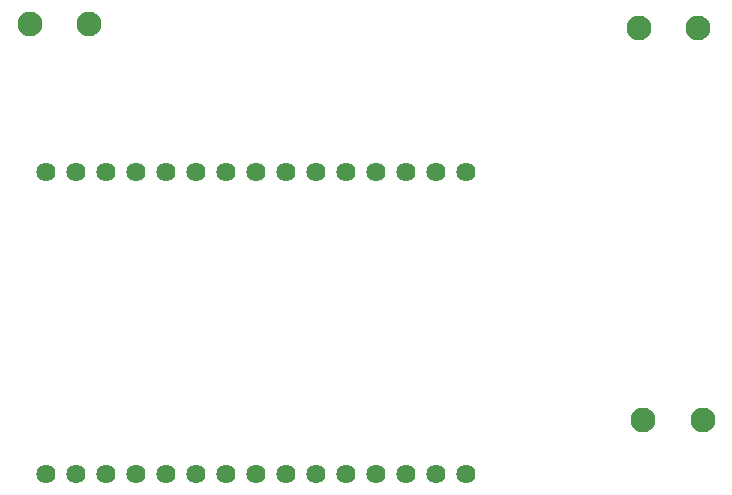
<source format=gbs>
G04 Layer: BottomSolderMaskLayer*
G04 EasyEDA v6.5.51, 2025-10-20 22:37:19*
G04 f616cf4ec58d424a8f3e18252dc3b632,12abd119770744df9ef097ef44d34389,10*
G04 Gerber Generator version 0.2*
G04 Scale: 100 percent, Rotated: No, Reflected: No *
G04 Dimensions in millimeters *
G04 leading zeros omitted , absolute positions ,4 integer and 5 decimal *
%FSLAX45Y45*%
%MOMM*%

%ADD10C,2.1016*%
%ADD11C,1.6256*%
%ADD12C,0.0101*%

%LPD*%
D10*
G01*
X8276843Y4533900D03*
G01*
X7775956Y4533900D03*
G01*
X7814056Y1219200D03*
G01*
X8314943Y1219200D03*
D11*
G01*
X6311900Y3314700D03*
G01*
X6057900Y3314700D03*
G01*
X5803900Y3314700D03*
G01*
X5549900Y3314700D03*
G01*
X5295900Y3314700D03*
G01*
X5041900Y3314700D03*
G01*
X4787900Y3314700D03*
G01*
X4533900Y3314700D03*
G01*
X4279900Y3314700D03*
G01*
X4025900Y3314700D03*
G01*
X3771900Y3314700D03*
G01*
X3517900Y3314700D03*
G01*
X3263900Y3314700D03*
G01*
X3009900Y3314700D03*
G01*
X2755900Y3314700D03*
G01*
X2755900Y764692D03*
G01*
X3009900Y764692D03*
G01*
X3263900Y764692D03*
G01*
X3517900Y764692D03*
G01*
X3771900Y764692D03*
G01*
X4025900Y764692D03*
G01*
X4279900Y764692D03*
G01*
X4533900Y764692D03*
G01*
X4787900Y764692D03*
G01*
X5041900Y764692D03*
G01*
X5295900Y764692D03*
G01*
X5549900Y764692D03*
G01*
X5803900Y764692D03*
G01*
X6311900Y764692D03*
G01*
X6057900Y764692D03*
D10*
G01*
X3120643Y4572000D03*
G01*
X2619756Y4572000D03*
M02*

</source>
